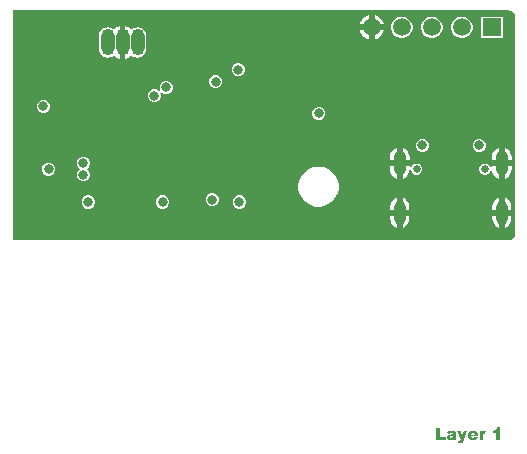
<source format=gbr>
%TF.GenerationSoftware,Altium Limited,Altium Designer,23.11.1 (41)*%
G04 Layer_Physical_Order=2*
G04 Layer_Color=36540*
%FSLAX26Y26*%
%MOIN*%
%TF.SameCoordinates,9526E2AF-B100-4743-A6B5-6A4C7E8B4C09*%
%TF.FilePolarity,Positive*%
%TF.FileFunction,Copper,L2,Inr,Signal*%
%TF.Part,Single*%
G01*
G75*
%TA.AperFunction,ComponentPad*%
%ADD28C,0.025591*%
%ADD29O,0.041339X0.082677*%
%ADD30O,0.039370X0.078740*%
%ADD31R,0.059055X0.059055*%
%ADD32C,0.059055*%
%ADD33O,0.043622X0.088976*%
%TA.AperFunction,ViaPad*%
%ADD34C,0.031496*%
%ADD35C,0.027559*%
G36*
X1943775Y775604D02*
X1951525Y770425D01*
X1956704Y762675D01*
X1958445Y753919D01*
X1958368Y753533D01*
Y33867D01*
X1958445Y33481D01*
X1956704Y24725D01*
X1951525Y16975D01*
X1943775Y11796D01*
X1935019Y10055D01*
X1934633Y10132D01*
X283465D01*
Y777268D01*
X1934633D01*
X1935019Y777345D01*
X1943775Y775604D01*
D02*
G37*
G36*
X1858488Y-624803D02*
X1859144Y-624934D01*
X1859931Y-625131D01*
X1860850Y-625393D01*
X1861899Y-625787D01*
X1862949Y-626312D01*
X1859472Y-634184D01*
X1859407Y-634118D01*
X1859144Y-634053D01*
X1858816Y-633921D01*
X1858357Y-633725D01*
X1857373Y-633462D01*
X1856848Y-633397D01*
X1856389Y-633331D01*
X1856061D01*
X1855668Y-633397D01*
X1855143Y-633528D01*
X1854618Y-633790D01*
X1854093Y-634118D01*
X1853503Y-634577D01*
X1853043Y-635168D01*
X1852978Y-635299D01*
X1852912Y-635430D01*
X1852781Y-635693D01*
X1852650Y-635955D01*
X1852519Y-636349D01*
X1852322Y-636808D01*
X1852191Y-637333D01*
X1852060Y-637923D01*
X1851863Y-638645D01*
X1851732Y-639366D01*
X1851600Y-640285D01*
X1851469Y-641203D01*
X1851403Y-642253D01*
X1851338Y-643433D01*
Y-644680D01*
Y-654323D01*
X1840186D01*
Y-625393D01*
X1850551D01*
Y-630117D01*
X1850616Y-630051D01*
X1850813Y-629657D01*
X1851141Y-629133D01*
X1851535Y-628477D01*
X1851994Y-627755D01*
X1852519Y-627099D01*
X1853043Y-626443D01*
X1853634Y-625918D01*
X1853699Y-625853D01*
X1853896Y-625721D01*
X1854290Y-625525D01*
X1854749Y-625328D01*
X1855274Y-625131D01*
X1855930Y-624934D01*
X1856717Y-624803D01*
X1857570Y-624737D01*
X1858029D01*
X1858488Y-624803D01*
D02*
G37*
G36*
X1788100Y-656291D02*
Y-656357D01*
X1788034Y-656488D01*
X1787903Y-656816D01*
X1787772Y-657144D01*
X1787575Y-657537D01*
X1787378Y-658062D01*
X1786853Y-659177D01*
X1786263Y-660358D01*
X1785607Y-661539D01*
X1784885Y-662589D01*
X1784492Y-663048D01*
X1784098Y-663441D01*
X1783967Y-663573D01*
X1783770Y-663704D01*
X1783573Y-663835D01*
X1783245Y-664032D01*
X1782851Y-664294D01*
X1782458Y-664491D01*
X1781933Y-664753D01*
X1781343Y-665016D01*
X1780687Y-665213D01*
X1779965Y-665475D01*
X1779178Y-665672D01*
X1778325Y-665803D01*
X1777407Y-665934D01*
X1776357Y-666065D01*
X1774848D01*
X1774258Y-666000D01*
X1773471D01*
X1772421Y-665934D01*
X1771175Y-665803D01*
X1769666Y-665606D01*
X1767895Y-665409D01*
X1767042Y-657669D01*
X1767173D01*
X1767436Y-657800D01*
X1767960Y-657931D01*
X1768616Y-658062D01*
X1769403Y-658193D01*
X1770256Y-658325D01*
X1771306Y-658390D01*
X1772355Y-658456D01*
X1772684D01*
X1773012Y-658390D01*
X1773471Y-658325D01*
X1774520Y-658062D01*
X1775045Y-657865D01*
X1775504Y-657537D01*
X1775570Y-657472D01*
X1775701Y-657341D01*
X1775964Y-657144D01*
X1776226Y-656816D01*
X1776554Y-656357D01*
X1776947Y-655766D01*
X1777275Y-655110D01*
X1777603Y-654323D01*
X1765467Y-625393D01*
X1777144D01*
X1783114Y-644680D01*
X1788624Y-625393D01*
X1799580D01*
X1788100Y-656291D01*
D02*
G37*
G36*
X1907557Y-654323D02*
X1896340D01*
Y-627755D01*
X1896208Y-627821D01*
X1895880Y-628083D01*
X1895355Y-628477D01*
X1894634Y-628936D01*
X1893847Y-629526D01*
X1892928Y-630051D01*
X1892010Y-630641D01*
X1891026Y-631166D01*
X1890895Y-631232D01*
X1890567Y-631363D01*
X1890042Y-631625D01*
X1889255Y-631953D01*
X1888336Y-632281D01*
X1887287Y-632675D01*
X1886040Y-633134D01*
X1884663Y-633528D01*
Y-624475D01*
X1884728D01*
X1884925Y-624409D01*
X1885188Y-624278D01*
X1885581Y-624147D01*
X1886040Y-624016D01*
X1886631Y-623753D01*
X1887877Y-623294D01*
X1889320Y-622638D01*
X1890764Y-621917D01*
X1892141Y-621064D01*
X1893453Y-620145D01*
X1893519D01*
X1893584Y-620014D01*
X1893978Y-619686D01*
X1894568Y-619096D01*
X1895224Y-618374D01*
X1896012Y-617390D01*
X1896864Y-616341D01*
X1897651Y-615094D01*
X1898373Y-613717D01*
X1907557D01*
Y-654323D01*
D02*
G37*
G36*
X1748739Y-624803D02*
X1750052Y-624869D01*
X1751363Y-625000D01*
X1752741Y-625131D01*
X1753922Y-625328D01*
X1754053D01*
X1754447Y-625459D01*
X1754972Y-625590D01*
X1755693Y-625853D01*
X1756480Y-626181D01*
X1757333Y-626574D01*
X1758186Y-627099D01*
X1758973Y-627689D01*
X1759039Y-627755D01*
X1759236Y-627886D01*
X1759498Y-628214D01*
X1759826Y-628542D01*
X1760154Y-629067D01*
X1760547Y-629657D01*
X1760876Y-630379D01*
X1761204Y-631166D01*
X1761269Y-631232D01*
X1761335Y-631560D01*
X1761466Y-631953D01*
X1761663Y-632544D01*
X1761794Y-633200D01*
X1761925Y-633921D01*
X1761991Y-634643D01*
X1762056Y-635430D01*
Y-648222D01*
Y-648288D01*
Y-648550D01*
Y-648944D01*
Y-649403D01*
X1762122Y-650453D01*
X1762188Y-650977D01*
X1762253Y-651437D01*
Y-651502D01*
X1762319Y-651633D01*
X1762384Y-651896D01*
X1762515Y-652224D01*
X1762647Y-652617D01*
X1762843Y-653142D01*
X1763106Y-653667D01*
X1763434Y-654323D01*
X1753004D01*
Y-654257D01*
X1752938Y-654126D01*
X1752676Y-653667D01*
X1752413Y-653142D01*
X1752216Y-652683D01*
Y-652552D01*
X1752085Y-652224D01*
X1751954Y-651633D01*
X1751888Y-651240D01*
X1751823Y-650781D01*
X1751757Y-650846D01*
X1751429Y-651109D01*
X1751035Y-651502D01*
X1750445Y-651961D01*
X1749789Y-652421D01*
X1749068Y-652945D01*
X1748280Y-653405D01*
X1747493Y-653798D01*
X1747362Y-653864D01*
X1746968Y-653995D01*
X1746378Y-654192D01*
X1745525Y-654389D01*
X1744541Y-654585D01*
X1743360Y-654782D01*
X1742048Y-654913D01*
X1740605Y-654979D01*
X1740080D01*
X1739752Y-654913D01*
X1739293D01*
X1738834Y-654848D01*
X1737653Y-654651D01*
X1736407Y-654389D01*
X1735095Y-653995D01*
X1733848Y-653405D01*
X1732733Y-652617D01*
X1732602Y-652486D01*
X1732340Y-652158D01*
X1731880Y-651633D01*
X1731421Y-650977D01*
X1730896Y-650125D01*
X1730437Y-649075D01*
X1730175Y-647960D01*
X1730043Y-646713D01*
Y-646648D01*
Y-646582D01*
Y-646189D01*
X1730175Y-645533D01*
X1730306Y-644811D01*
X1730503Y-643958D01*
X1730831Y-643040D01*
X1731290Y-642121D01*
X1731946Y-641269D01*
X1732012Y-641203D01*
X1732340Y-640941D01*
X1732864Y-640547D01*
X1733586Y-640088D01*
X1734570Y-639563D01*
X1735160Y-639301D01*
X1735816Y-639038D01*
X1736538Y-638776D01*
X1737325Y-638579D01*
X1738178Y-638317D01*
X1739096Y-638120D01*
X1739162D01*
X1739359Y-638054D01*
X1739687Y-637989D01*
X1740080Y-637923D01*
X1740605Y-637792D01*
X1741196Y-637726D01*
X1742507Y-637464D01*
X1743820Y-637136D01*
X1745197Y-636873D01*
X1745787Y-636742D01*
X1746378Y-636611D01*
X1746837Y-636480D01*
X1747231Y-636414D01*
X1747296D01*
X1747559Y-636349D01*
X1747952Y-636217D01*
X1748477Y-636021D01*
X1749068Y-635824D01*
X1749724Y-635627D01*
X1751232Y-635037D01*
Y-634971D01*
Y-634709D01*
X1751167Y-634381D01*
X1751101Y-633921D01*
X1750904Y-633003D01*
X1750642Y-632544D01*
X1750380Y-632216D01*
X1750314Y-632150D01*
X1750183Y-632085D01*
X1749986Y-631953D01*
X1749658Y-631757D01*
X1749264Y-631625D01*
X1748739Y-631494D01*
X1748083Y-631429D01*
X1747362Y-631363D01*
X1746903D01*
X1746444Y-631429D01*
X1745787Y-631494D01*
X1744476Y-631757D01*
X1743820Y-631953D01*
X1743229Y-632281D01*
X1743164D01*
X1743032Y-632413D01*
X1742835Y-632609D01*
X1742639Y-632806D01*
X1742376Y-633200D01*
X1742048Y-633593D01*
X1741786Y-634118D01*
X1741524Y-634774D01*
X1730896Y-633659D01*
Y-633528D01*
X1731027Y-633200D01*
X1731159Y-632675D01*
X1731355Y-632085D01*
X1731552Y-631363D01*
X1731880Y-630641D01*
X1732208Y-629985D01*
X1732602Y-629329D01*
X1732668Y-629264D01*
X1732799Y-629067D01*
X1733061Y-628739D01*
X1733455Y-628345D01*
X1733914Y-627952D01*
X1734439Y-627493D01*
X1735095Y-627033D01*
X1735882Y-626574D01*
X1735947Y-626509D01*
X1736144Y-626443D01*
X1736472Y-626246D01*
X1736997Y-626115D01*
X1737588Y-625853D01*
X1738309Y-625656D01*
X1739162Y-625459D01*
X1740080Y-625262D01*
X1740211D01*
X1740540Y-625197D01*
X1741064Y-625065D01*
X1741786Y-625000D01*
X1742704Y-624869D01*
X1743623Y-624803D01*
X1744738Y-624737D01*
X1747624D01*
X1748739Y-624803D01*
D02*
G37*
G36*
X1707215Y-644483D02*
X1726567D01*
Y-654323D01*
X1694882D01*
Y-614373D01*
X1707215D01*
Y-644483D01*
D02*
G37*
G36*
X1819325Y-624803D02*
X1819916D01*
X1820572Y-624869D01*
X1821293Y-625000D01*
X1822868Y-625197D01*
X1824507Y-625525D01*
X1826082Y-625984D01*
X1827525Y-626640D01*
X1827591D01*
X1827656Y-626705D01*
X1827853Y-626837D01*
X1828116Y-626968D01*
X1828772Y-627427D01*
X1829559Y-628017D01*
X1830477Y-628805D01*
X1831396Y-629789D01*
X1832248Y-630904D01*
X1833035Y-632150D01*
Y-632216D01*
X1833101Y-632281D01*
X1833232Y-632544D01*
X1833363Y-632806D01*
X1833495Y-633134D01*
X1833626Y-633593D01*
X1833823Y-634053D01*
X1834020Y-634643D01*
X1834151Y-635233D01*
X1834348Y-635955D01*
X1834676Y-637529D01*
X1834872Y-639366D01*
X1834938Y-641400D01*
Y-642646D01*
X1812699D01*
Y-642777D01*
X1812765Y-643105D01*
X1812831Y-643565D01*
X1812962Y-644155D01*
X1813159Y-644811D01*
X1813421Y-645467D01*
X1813684Y-646123D01*
X1814077Y-646648D01*
X1814143Y-646713D01*
X1814405Y-646910D01*
X1814733Y-647238D01*
X1815192Y-647566D01*
X1815848Y-647894D01*
X1816570Y-648222D01*
X1817357Y-648419D01*
X1818275Y-648485D01*
X1818538D01*
X1818866Y-648419D01*
X1819259Y-648353D01*
X1819719Y-648288D01*
X1820244Y-648157D01*
X1820834Y-647960D01*
X1821359Y-647697D01*
X1821424D01*
X1821490Y-647566D01*
X1821687Y-647435D01*
X1821949Y-647238D01*
X1822277Y-647041D01*
X1822605Y-646713D01*
X1822933Y-646320D01*
X1823327Y-645861D01*
X1834282Y-646845D01*
Y-646910D01*
X1834151Y-647041D01*
X1834020Y-647238D01*
X1833823Y-647566D01*
X1833298Y-648353D01*
X1832576Y-649272D01*
X1831658Y-650321D01*
X1830608Y-651371D01*
X1829493Y-652355D01*
X1828181Y-653142D01*
X1828116D01*
X1828050Y-653208D01*
X1827787Y-653339D01*
X1827525Y-653405D01*
X1827131Y-653536D01*
X1826738Y-653733D01*
X1826213Y-653864D01*
X1825623Y-654061D01*
X1824901Y-654257D01*
X1824179Y-654389D01*
X1823327Y-654520D01*
X1822408Y-654717D01*
X1821424Y-654782D01*
X1820375Y-654913D01*
X1819259Y-654979D01*
X1817160D01*
X1816636Y-654913D01*
X1816111D01*
X1814799Y-654782D01*
X1813355Y-654585D01*
X1811847Y-654323D01*
X1810338Y-653929D01*
X1809026Y-653405D01*
X1808960D01*
X1808895Y-653339D01*
X1808501Y-653077D01*
X1807845Y-652683D01*
X1807123Y-652158D01*
X1806271Y-651437D01*
X1805352Y-650584D01*
X1804434Y-649534D01*
X1803581Y-648288D01*
Y-648222D01*
X1803515Y-648157D01*
X1803384Y-647960D01*
X1803253Y-647632D01*
X1803056Y-647304D01*
X1802925Y-646910D01*
X1802532Y-645926D01*
X1802072Y-644680D01*
X1801744Y-643302D01*
X1801482Y-641662D01*
X1801416Y-639957D01*
Y-639891D01*
Y-639629D01*
Y-639301D01*
X1801482Y-638841D01*
X1801547Y-638251D01*
X1801679Y-637595D01*
X1801810Y-636808D01*
X1801941Y-636021D01*
X1802466Y-634249D01*
X1802794Y-633331D01*
X1803253Y-632413D01*
X1803712Y-631494D01*
X1804303Y-630641D01*
X1804959Y-629723D01*
X1805746Y-628936D01*
X1805812Y-628870D01*
X1805943Y-628739D01*
X1806205Y-628542D01*
X1806533Y-628280D01*
X1806992Y-627952D01*
X1807517Y-627624D01*
X1808173Y-627230D01*
X1808895Y-626837D01*
X1809682Y-626443D01*
X1810600Y-626049D01*
X1811584Y-625721D01*
X1812634Y-625393D01*
X1813815Y-625131D01*
X1815061Y-624934D01*
X1816373Y-624803D01*
X1817751Y-624737D01*
X1818800D01*
X1819325Y-624803D01*
D02*
G37*
%LPC*%
G36*
X1490945Y760632D02*
Y730315D01*
X1521262D01*
X1519624Y736428D01*
X1514181Y745855D01*
X1506485Y753551D01*
X1497059Y758994D01*
X1490945Y760632D01*
D02*
G37*
G36*
X1471259Y760632D02*
X1465146Y758994D01*
X1455720Y753551D01*
X1448023Y745855D01*
X1442581Y736428D01*
X1440943Y730315D01*
X1471259D01*
Y760632D01*
D02*
G37*
G36*
X640158Y724673D02*
X633044Y721726D01*
X626020Y716337D01*
X624169Y713924D01*
X617760Y713785D01*
X614025Y716650D01*
X607260Y719452D01*
X600000Y720408D01*
X592740Y719452D01*
X585975Y716650D01*
X580165Y712192D01*
X575707Y706383D01*
X572905Y699617D01*
X571949Y692357D01*
Y647003D01*
X572905Y639743D01*
X575707Y632977D01*
X580165Y627168D01*
X585975Y622710D01*
X592740Y619908D01*
X600000Y618952D01*
X607260Y619908D01*
X614025Y622710D01*
X617760Y625575D01*
X624169Y625436D01*
X626020Y623023D01*
X633044Y617634D01*
X640158Y614688D01*
Y669680D01*
Y724673D01*
D02*
G37*
G36*
X1916630Y756000D02*
X1845575D01*
Y684945D01*
X1916630D01*
Y756000D01*
D02*
G37*
G36*
X1785780D02*
X1776425D01*
X1767389Y753579D01*
X1759288Y748902D01*
X1752673Y742287D01*
X1747996Y734186D01*
X1745575Y725150D01*
Y715795D01*
X1747996Y706759D01*
X1752673Y698658D01*
X1759288Y692043D01*
X1767389Y687366D01*
X1776425Y684945D01*
X1785780D01*
X1794815Y687366D01*
X1802917Y692043D01*
X1809532Y698658D01*
X1814209Y706759D01*
X1816630Y715795D01*
Y725150D01*
X1814209Y734186D01*
X1809532Y742287D01*
X1802917Y748902D01*
X1794815Y753579D01*
X1785780Y756000D01*
D02*
G37*
G36*
X1685780D02*
X1676425D01*
X1667389Y753579D01*
X1659288Y748902D01*
X1652673Y742287D01*
X1647996Y734186D01*
X1645575Y725150D01*
Y715795D01*
X1647996Y706759D01*
X1652673Y698658D01*
X1659288Y692043D01*
X1667389Y687366D01*
X1676425Y684945D01*
X1685780D01*
X1694815Y687366D01*
X1702917Y692043D01*
X1709532Y698658D01*
X1714209Y706759D01*
X1716630Y715795D01*
Y725150D01*
X1714209Y734186D01*
X1709532Y742287D01*
X1702917Y748902D01*
X1694815Y753579D01*
X1685780Y756000D01*
D02*
G37*
G36*
X1585780D02*
X1576425D01*
X1567389Y753579D01*
X1559288Y748902D01*
X1552673Y742287D01*
X1547996Y734186D01*
X1545575Y725150D01*
Y715795D01*
X1547996Y706759D01*
X1552673Y698658D01*
X1559288Y692043D01*
X1567389Y687366D01*
X1576425Y684945D01*
X1585780D01*
X1594815Y687366D01*
X1602917Y692043D01*
X1609532Y698658D01*
X1614209Y706759D01*
X1616630Y715795D01*
Y725150D01*
X1614209Y734186D01*
X1609532Y742287D01*
X1602917Y748902D01*
X1594815Y753579D01*
X1585780Y756000D01*
D02*
G37*
G36*
X1471259Y710630D02*
X1440943D01*
X1442581Y704516D01*
X1448023Y695090D01*
X1455720Y687393D01*
X1465146Y681951D01*
X1471259Y680313D01*
Y710630D01*
D02*
G37*
G36*
X1521262D02*
X1490945D01*
Y680313D01*
X1497059Y681951D01*
X1506485Y687393D01*
X1514181Y695090D01*
X1519624Y704516D01*
X1521262Y710630D01*
D02*
G37*
G36*
X659842Y724673D02*
Y669680D01*
Y614688D01*
X666956Y617634D01*
X673980Y623023D01*
X675831Y625436D01*
X682240Y625575D01*
X685975Y622710D01*
X692740Y619908D01*
X700000Y618952D01*
X707260Y619908D01*
X714025Y622710D01*
X719835Y627168D01*
X724293Y632977D01*
X727095Y639743D01*
X728051Y647003D01*
Y692357D01*
X727095Y699617D01*
X724293Y706383D01*
X719835Y712192D01*
X714025Y716650D01*
X707260Y719452D01*
X700000Y720408D01*
X692740Y719452D01*
X685975Y716650D01*
X682240Y713785D01*
X675831Y713924D01*
X673980Y716337D01*
X666956Y721726D01*
X659842Y724673D01*
D02*
G37*
G36*
X1039759Y600488D02*
X1031107D01*
X1023114Y597177D01*
X1016996Y591059D01*
X1013685Y583066D01*
Y574414D01*
X1016996Y566421D01*
X1023114Y560303D01*
X1031107Y556992D01*
X1039759D01*
X1047752Y560303D01*
X1053870Y566421D01*
X1057181Y574414D01*
Y583066D01*
X1053870Y591059D01*
X1047752Y597177D01*
X1039759Y600488D01*
D02*
G37*
G36*
X964956Y561118D02*
X956304D01*
X948311Y557807D01*
X942193Y551689D01*
X938882Y543696D01*
Y535044D01*
X942193Y527051D01*
X948311Y520933D01*
X956304Y517622D01*
X964956D01*
X972949Y520933D01*
X979067Y527051D01*
X982378Y535044D01*
Y543696D01*
X979067Y551689D01*
X972949Y557807D01*
X964956Y561118D01*
D02*
G37*
G36*
X799602Y541433D02*
X790950D01*
X782956Y538122D01*
X776838Y532004D01*
X773528Y524011D01*
Y515359D01*
X775668Y510191D01*
X771430Y507358D01*
X768225Y510563D01*
X760231Y513874D01*
X751580D01*
X743586Y510563D01*
X737468Y504445D01*
X734158Y496452D01*
Y487800D01*
X737468Y479807D01*
X743586Y473689D01*
X751580Y470378D01*
X760231D01*
X768225Y473689D01*
X774343Y479807D01*
X777654Y487800D01*
Y496452D01*
X775513Y501620D01*
X779751Y504453D01*
X782956Y501248D01*
X790950Y497937D01*
X799602D01*
X807595Y501248D01*
X813713Y507366D01*
X817024Y515359D01*
Y524011D01*
X813713Y532004D01*
X807595Y538122D01*
X799602Y541433D01*
D02*
G37*
G36*
X390153Y478441D02*
X381501D01*
X373507Y475130D01*
X367390Y469012D01*
X364079Y461019D01*
Y452367D01*
X367390Y444374D01*
X373507Y438256D01*
X381501Y434945D01*
X390153D01*
X398146Y438256D01*
X404264Y444374D01*
X407575Y452367D01*
Y461019D01*
X404264Y469012D01*
X398146Y475130D01*
X390153Y478441D01*
D02*
G37*
G36*
X1308952Y454819D02*
X1300300D01*
X1292307Y451508D01*
X1286189Y445390D01*
X1282878Y437397D01*
Y428745D01*
X1286189Y420752D01*
X1292307Y414634D01*
X1300300Y411323D01*
X1308952D01*
X1316945Y414634D01*
X1323063Y420752D01*
X1326374Y428745D01*
Y437397D01*
X1323063Y445390D01*
X1316945Y451508D01*
X1308952Y454819D01*
D02*
G37*
G36*
X1842909Y348520D02*
X1834257D01*
X1826263Y345209D01*
X1820146Y339091D01*
X1816835Y331098D01*
Y322446D01*
X1820146Y314452D01*
X1826263Y308335D01*
X1834257Y305024D01*
X1842909D01*
X1850902Y308335D01*
X1857020Y314452D01*
X1860331Y322446D01*
Y331098D01*
X1857020Y339091D01*
X1850902Y345209D01*
X1842909Y348520D01*
D02*
G37*
G36*
X1653932D02*
X1645280D01*
X1637287Y345209D01*
X1631169Y339091D01*
X1627858Y331098D01*
Y322446D01*
X1631169Y314452D01*
X1637287Y308335D01*
X1645280Y305024D01*
X1653932D01*
X1661926Y308335D01*
X1668043Y314452D01*
X1671354Y322446D01*
Y331098D01*
X1668043Y339091D01*
X1661926Y345209D01*
X1653932Y348520D01*
D02*
G37*
G36*
X1583858Y318678D02*
Y276772D01*
X1606776D01*
Y287598D01*
X1605660Y296077D01*
X1602387Y303979D01*
X1597181Y310764D01*
X1590396Y315970D01*
X1583858Y318678D01*
D02*
G37*
G36*
X1564173Y318678D02*
X1557636Y315970D01*
X1550851Y310764D01*
X1545644Y303979D01*
X1542371Y296077D01*
X1541255Y287598D01*
Y276772D01*
X1564173D01*
Y318678D01*
D02*
G37*
G36*
X1924016Y318678D02*
Y276772D01*
X1946934D01*
Y287598D01*
X1945818Y296077D01*
X1942545Y303979D01*
X1937338Y310764D01*
X1930553Y315970D01*
X1924016Y318678D01*
D02*
G37*
G36*
X1904331Y318678D02*
X1897793Y315970D01*
X1891008Y310764D01*
X1885802Y303979D01*
X1882529Y296077D01*
X1881413Y287598D01*
Y276772D01*
X1904331D01*
Y318678D01*
D02*
G37*
G36*
X1634054Y266039D02*
X1626576D01*
X1619668Y263178D01*
X1614381Y257891D01*
X1611520Y250983D01*
X1606776Y251602D01*
Y257087D01*
X1583858D01*
Y215180D01*
X1590396Y217888D01*
X1597181Y223095D01*
X1602387Y229880D01*
X1605660Y237781D01*
X1606520Y244310D01*
X1611520Y243982D01*
Y243506D01*
X1614381Y236597D01*
X1619668Y231310D01*
X1626576Y228449D01*
X1634054D01*
X1640962Y231310D01*
X1646249Y236597D01*
X1649110Y243506D01*
Y250983D01*
X1646249Y257891D01*
X1640962Y263178D01*
X1634054Y266039D01*
D02*
G37*
G36*
X407869Y269386D02*
X399217D01*
X391224Y266075D01*
X385106Y259957D01*
X381795Y251964D01*
Y243312D01*
X385106Y235319D01*
X391224Y229201D01*
X399217Y225890D01*
X407869D01*
X415863Y229201D01*
X421981Y235319D01*
X425291Y243312D01*
Y251964D01*
X421981Y259957D01*
X415863Y266075D01*
X407869Y269386D01*
D02*
G37*
G36*
X1946934Y257087D02*
X1924016D01*
Y215180D01*
X1930553Y217888D01*
X1937338Y223095D01*
X1942545Y229880D01*
X1945818Y237781D01*
X1946934Y246260D01*
Y257087D01*
D02*
G37*
G36*
X1564173Y257087D02*
X1541255D01*
Y246260D01*
X1542371Y237781D01*
X1545644Y229880D01*
X1550851Y223095D01*
X1557636Y217888D01*
X1564173Y215180D01*
Y257087D01*
D02*
G37*
G36*
X1861613Y266039D02*
X1854135D01*
X1847227Y263178D01*
X1841940Y257891D01*
X1839079Y250983D01*
Y243506D01*
X1841940Y236597D01*
X1847227Y231310D01*
X1854135Y228449D01*
X1861613D01*
X1868521Y231310D01*
X1873808Y236597D01*
X1876669Y243506D01*
Y243982D01*
X1881669Y244310D01*
X1882529Y237781D01*
X1885802Y229880D01*
X1891008Y223095D01*
X1897793Y217888D01*
X1904331Y215180D01*
Y257087D01*
X1881413D01*
Y251602D01*
X1876669Y250983D01*
X1873808Y257891D01*
X1868521Y263178D01*
X1861613Y266039D01*
D02*
G37*
G36*
X524011Y289464D02*
X515359D01*
X507366Y286154D01*
X501248Y280036D01*
X497937Y272043D01*
Y263390D01*
X501248Y255397D01*
X505347Y251298D01*
X506808Y248031D01*
X505347Y244765D01*
X501248Y240666D01*
X497937Y232673D01*
Y224020D01*
X501248Y216027D01*
X507366Y209909D01*
X515359Y206599D01*
X524011D01*
X532004Y209909D01*
X538122Y216027D01*
X541433Y224020D01*
Y232673D01*
X538122Y240666D01*
X534023Y244765D01*
X532562Y248031D01*
X534023Y251298D01*
X538122Y255397D01*
X541433Y263390D01*
Y272043D01*
X538122Y280036D01*
X532004Y286154D01*
X524011Y289464D01*
D02*
G37*
G36*
X953145Y167417D02*
X944493D01*
X936500Y164106D01*
X930382Y157989D01*
X927071Y149995D01*
Y141343D01*
X930382Y133350D01*
X936500Y127232D01*
X944493Y123921D01*
X953145D01*
X961138Y127232D01*
X967256Y133350D01*
X970567Y141343D01*
Y149995D01*
X967256Y157989D01*
X961138Y164106D01*
X953145Y167417D01*
D02*
G37*
G36*
X1309751Y256000D02*
X1296548D01*
X1283600Y253424D01*
X1271402Y248372D01*
X1260425Y241037D01*
X1251089Y231702D01*
X1243754Y220724D01*
X1238702Y208526D01*
X1236126Y195578D01*
Y182375D01*
X1238702Y169426D01*
X1243754Y157229D01*
X1251089Y146251D01*
X1260425Y136916D01*
X1271402Y129581D01*
X1283600Y124528D01*
X1296548Y121953D01*
X1309751D01*
X1322700Y124528D01*
X1334897Y129581D01*
X1345875Y136916D01*
X1355210Y146251D01*
X1362545Y157229D01*
X1367598Y169426D01*
X1370173Y182375D01*
Y195578D01*
X1367598Y208526D01*
X1362545Y220724D01*
X1355210Y231702D01*
X1345875Y241037D01*
X1334897Y248372D01*
X1322700Y253424D01*
X1309751Y256000D01*
D02*
G37*
G36*
X787791Y159543D02*
X779139D01*
X771145Y156232D01*
X765028Y150115D01*
X761717Y142121D01*
Y133469D01*
X765028Y125476D01*
X771145Y119358D01*
X779139Y116047D01*
X787791D01*
X795784Y119358D01*
X801902Y125476D01*
X805213Y133469D01*
Y142121D01*
X801902Y150115D01*
X795784Y156232D01*
X787791Y159543D01*
D02*
G37*
G36*
X539759D02*
X531107D01*
X523114Y156232D01*
X516996Y150115D01*
X513685Y142121D01*
Y133469D01*
X516996Y125476D01*
X523114Y119358D01*
X531107Y116047D01*
X539759D01*
X547752Y119358D01*
X553870Y125476D01*
X557181Y133469D01*
Y142121D01*
X553870Y150115D01*
X547752Y156232D01*
X539759Y159543D01*
D02*
G37*
G36*
X1043696Y159543D02*
X1035044D01*
X1027051Y156232D01*
X1020933Y150114D01*
X1017622Y142121D01*
Y133469D01*
X1020933Y125476D01*
X1027051Y119358D01*
X1035044Y116047D01*
X1043696D01*
X1051690Y119358D01*
X1057807Y125476D01*
X1061118Y133469D01*
Y142121D01*
X1057807Y150114D01*
X1051690Y156232D01*
X1043696Y159543D01*
D02*
G37*
G36*
X1583858Y152061D02*
Y112204D01*
X1605784D01*
Y122047D01*
X1604701Y130269D01*
X1601527Y137931D01*
X1596479Y144511D01*
X1589900Y149559D01*
X1583858Y152061D01*
D02*
G37*
G36*
X1564173Y152061D02*
X1558132Y149559D01*
X1551553Y144511D01*
X1546504Y137931D01*
X1543331Y130269D01*
X1542248Y122047D01*
Y112204D01*
X1564173D01*
Y152061D01*
D02*
G37*
G36*
X1924016Y152061D02*
Y112204D01*
X1945941D01*
Y122047D01*
X1944859Y130269D01*
X1941685Y137931D01*
X1936636Y144511D01*
X1930057Y149559D01*
X1924016Y152061D01*
D02*
G37*
G36*
X1904331D02*
X1898289Y149559D01*
X1891710Y144511D01*
X1886661Y137931D01*
X1883488Y130269D01*
X1882405Y122047D01*
Y112204D01*
X1904331D01*
Y152061D01*
D02*
G37*
G36*
X1564173Y92519D02*
X1542248D01*
Y82677D01*
X1543331Y74455D01*
X1546504Y66793D01*
X1551553Y60214D01*
X1558132Y55165D01*
X1564173Y52663D01*
Y92519D01*
D02*
G37*
G36*
X1945941Y92519D02*
X1924016D01*
Y52663D01*
X1930057Y55165D01*
X1936636Y60214D01*
X1941685Y66793D01*
X1944859Y74455D01*
X1945941Y82677D01*
Y92519D01*
D02*
G37*
G36*
X1904331D02*
X1882405D01*
Y82677D01*
X1883488Y74455D01*
X1886661Y66793D01*
X1891710Y60214D01*
X1898289Y55165D01*
X1904331Y52663D01*
Y92519D01*
D02*
G37*
G36*
X1605784Y92519D02*
X1583858D01*
Y52663D01*
X1589900Y55165D01*
X1596479Y60214D01*
X1601527Y66793D01*
X1604701Y74455D01*
X1605784Y82677D01*
Y92519D01*
D02*
G37*
G36*
X1751232Y-640613D02*
X1751101Y-640678D01*
X1750839Y-640744D01*
X1750380Y-640941D01*
X1749724Y-641137D01*
X1749002Y-641334D01*
X1748215Y-641597D01*
X1746378Y-642056D01*
X1746312D01*
X1746247Y-642121D01*
X1745853Y-642187D01*
X1745263Y-642384D01*
X1744607Y-642646D01*
X1743885Y-642909D01*
X1743164Y-643171D01*
X1742573Y-643499D01*
X1742114Y-643827D01*
X1742048Y-643893D01*
X1741983Y-643958D01*
X1741851Y-644155D01*
X1741655Y-644417D01*
X1741327Y-645073D01*
X1741261Y-645467D01*
X1741196Y-645861D01*
Y-645926D01*
Y-646057D01*
X1741261Y-646320D01*
X1741327Y-646648D01*
X1741589Y-647304D01*
X1741786Y-647697D01*
X1742114Y-648025D01*
X1742179D01*
X1742311Y-648157D01*
X1742507Y-648288D01*
X1742770Y-648419D01*
X1743164Y-648550D01*
X1743623Y-648681D01*
X1744213Y-648747D01*
X1744803Y-648813D01*
X1745131D01*
X1745459Y-648747D01*
X1745919Y-648681D01*
X1746444Y-648616D01*
X1747034Y-648419D01*
X1747624Y-648222D01*
X1748215Y-647960D01*
X1748280Y-647894D01*
X1748477Y-647763D01*
X1748739Y-647632D01*
X1749133Y-647369D01*
X1749855Y-646648D01*
X1750248Y-646254D01*
X1750511Y-645795D01*
X1750576Y-645729D01*
X1750642Y-645533D01*
X1750773Y-645270D01*
X1750904Y-644877D01*
X1751035Y-644352D01*
X1751101Y-643827D01*
X1751232Y-643105D01*
Y-642384D01*
Y-640613D01*
D02*
G37*
G36*
X1818210Y-631297D02*
X1817751D01*
X1817292Y-631429D01*
X1816701Y-631560D01*
X1816045Y-631822D01*
X1815323Y-632216D01*
X1814602Y-632741D01*
X1813946Y-633462D01*
X1813880Y-633528D01*
X1813815Y-633725D01*
X1813618Y-633987D01*
X1813421Y-634446D01*
X1813224Y-634971D01*
X1813027Y-635627D01*
X1812831Y-636414D01*
X1812699Y-637333D01*
X1823655D01*
Y-637267D01*
Y-637201D01*
X1823589Y-636808D01*
X1823458Y-636217D01*
X1823327Y-635561D01*
X1823064Y-634774D01*
X1822802Y-634053D01*
X1822408Y-633331D01*
X1821883Y-632741D01*
X1821818Y-632675D01*
X1821621Y-632544D01*
X1821359Y-632281D01*
X1820899Y-632019D01*
X1820375Y-631757D01*
X1819784Y-631494D01*
X1818997Y-631363D01*
X1818210Y-631297D01*
D02*
G37*
%LPD*%
D28*
X1630315Y247244D02*
D03*
X1857874D02*
D03*
D29*
X1914173Y266929D02*
D03*
X1574016D02*
D03*
D30*
X1914173Y102362D02*
D03*
X1574016D02*
D03*
D31*
X1881102Y720472D02*
D03*
D32*
X1781102D02*
D03*
X1681102D02*
D03*
X1581102D02*
D03*
X1481102D02*
D03*
D33*
X600000Y669680D02*
D03*
X700000D02*
D03*
X650000D02*
D03*
D34*
X385827Y456693D02*
D03*
X476378Y519291D02*
D03*
X535433Y137795D02*
D03*
X751968Y35433D02*
D03*
X1304626Y433071D02*
D03*
X899114Y637795D02*
D03*
X798311Y602362D02*
D03*
X966535Y740158D02*
D03*
X901082D02*
D03*
X704724D02*
D03*
Y602362D02*
D03*
X770177Y740158D02*
D03*
X835630D02*
D03*
X964567Y637795D02*
D03*
X433071Y389764D02*
D03*
X350394D02*
D03*
X403543Y247638D02*
D03*
X960630Y539370D02*
D03*
X755905Y492126D02*
D03*
X795276Y519685D02*
D03*
X1035433Y578740D02*
D03*
X1472441Y448819D02*
D03*
X1606299Y456693D02*
D03*
X1740158Y515748D02*
D03*
X641535Y519488D02*
D03*
X566929Y429134D02*
D03*
X948819Y145669D02*
D03*
X903149Y236220D02*
D03*
X783465Y137795D02*
D03*
X403543Y185433D02*
D03*
X1039370Y137795D02*
D03*
X1838583Y326772D02*
D03*
X1649606D02*
D03*
X519685Y228346D02*
D03*
Y267716D02*
D03*
D35*
X618110Y291339D02*
D03*
X661417D02*
D03*
X704724D02*
D03*
X618110Y248031D02*
D03*
X661417D02*
D03*
X704724D02*
D03*
X618110Y204724D02*
D03*
X661417D02*
D03*
X704724D02*
D03*
%TF.MD5,5b6ef009450400ee9916eedd9bca21dc*%
M02*

</source>
